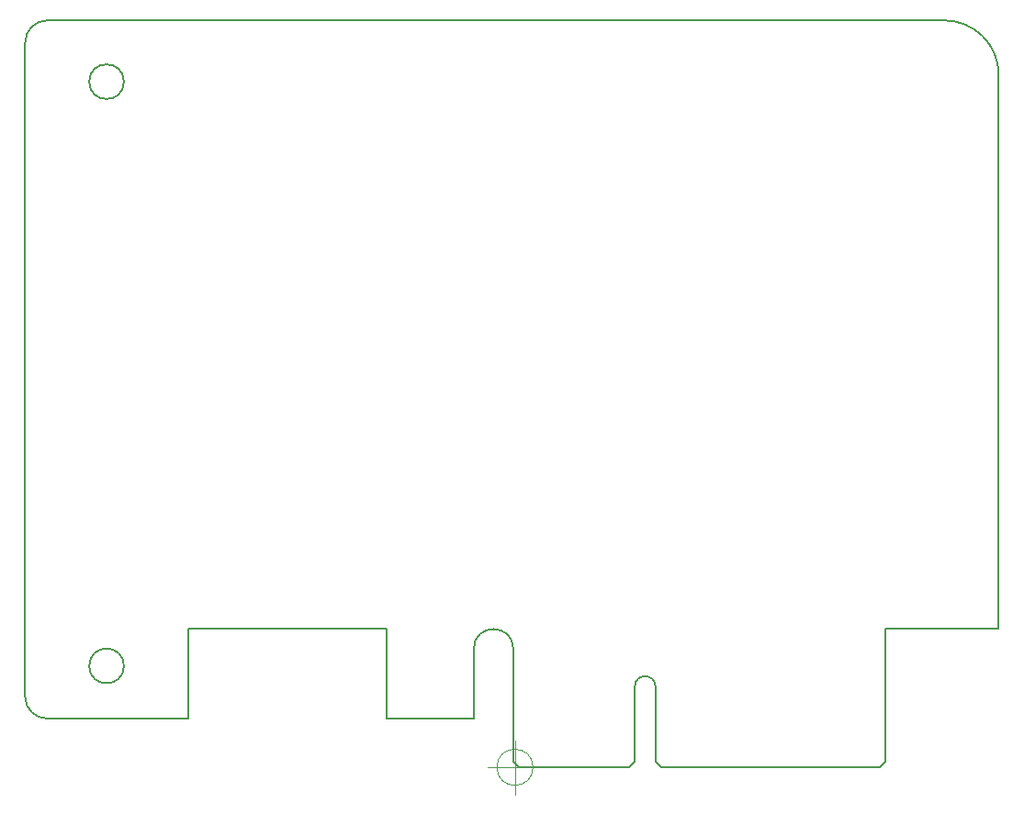
<source format=gbr>
G04 #@! TF.GenerationSoftware,KiCad,Pcbnew,8.0.4*
G04 #@! TF.CreationDate,2024-08-17T23:14:57-04:00*
G04 #@! TF.ProjectId,PCIexpress_x4_low,50434965-7870-4726-9573-735f78345f6c,rev?*
G04 #@! TF.SameCoordinates,Original*
G04 #@! TF.FileFunction,Profile,NP*
%FSLAX46Y46*%
G04 Gerber Fmt 4.6, Leading zero omitted, Abs format (unit mm)*
G04 Created by KiCad (PCBNEW 8.0.4) date 2024-08-17 23:14:57*
%MOMM*%
%LPD*%
G01*
G04 APERTURE LIST*
G04 #@! TA.AperFunction,Profile*
%ADD10C,0.150000*%
G04 #@! TD*
G04 #@! TA.AperFunction,Profile*
%ADD11C,0.050000*%
G04 #@! TD*
G04 APERTURE END LIST*
D10*
X66475000Y-189625000D02*
G75*
G02*
X64475000Y-187625000I0J2000000D01*
G01*
X64475000Y-127225000D02*
G75*
G02*
X66475000Y-125225000I2000000J0D01*
G01*
X149225000Y-125225000D02*
G75*
G02*
X154225000Y-130225000I0J-5000000D01*
G01*
X97825000Y-189625000D02*
X105825000Y-189625000D01*
X73575000Y-184775000D02*
G75*
G02*
X70375000Y-184775000I-1600000J0D01*
G01*
X70375000Y-184775000D02*
G75*
G02*
X73575000Y-184775000I1600000J0D01*
G01*
X149225000Y-125225000D02*
X66475000Y-125225000D01*
X109975000Y-194125000D02*
X120175000Y-194125000D01*
X79475000Y-189625000D02*
X79475000Y-181375000D01*
X143775000Y-181375000D02*
X143775000Y-193625000D01*
X105825000Y-183200000D02*
G75*
G02*
X109475000Y-183200000I1825000J0D01*
G01*
X66475000Y-189625000D02*
X79475000Y-189625000D01*
X79475000Y-181375000D02*
X97825000Y-181375000D01*
X143275000Y-194125000D02*
X123075000Y-194125000D01*
X73575000Y-130875000D02*
G75*
G02*
X70375000Y-130875000I-1600000J0D01*
G01*
X70375000Y-130875000D02*
G75*
G02*
X73575000Y-130875000I1600000J0D01*
G01*
X120175000Y-194125000D02*
X120675000Y-193625000D01*
X154225000Y-181375000D02*
X154225000Y-130225000D01*
X97825000Y-181375000D02*
X97825000Y-189625000D01*
X122575000Y-193625000D02*
X123075000Y-194125000D01*
X109475000Y-193625000D02*
X109975000Y-194125000D01*
X109475000Y-183200000D02*
X109475000Y-193625000D01*
X154225000Y-181375000D02*
X143775000Y-181375000D01*
X143775000Y-193625000D02*
X143275000Y-194125000D01*
X120675000Y-193625000D02*
X120675000Y-186675000D01*
X122575000Y-186675000D02*
X122575000Y-193625000D01*
X105825000Y-189625000D02*
X105825000Y-183200000D01*
X120675000Y-186675000D02*
G75*
G02*
X122575000Y-186675000I950000J0D01*
G01*
X64475000Y-127225000D02*
X64475000Y-187625000D01*
D11*
X111291666Y-194125000D02*
G75*
G02*
X107958334Y-194125000I-1666666J0D01*
G01*
X107958334Y-194125000D02*
G75*
G02*
X111291666Y-194125000I1666666J0D01*
G01*
X107125000Y-194125000D02*
X112125000Y-194125000D01*
X109625000Y-191625000D02*
X109625000Y-196625000D01*
M02*

</source>
